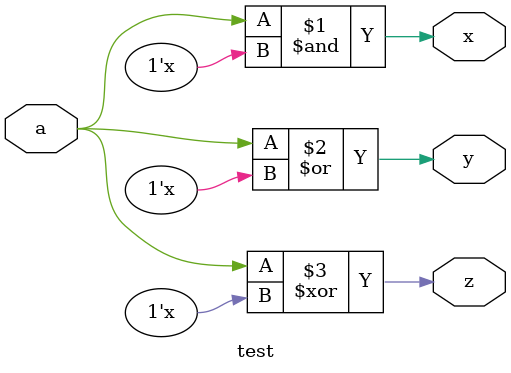
<source format=v>
module test(input a,output x,y,z);
assign x=a&1'bz;
assign y=a|1'bz;
assign z=(a^1'bz);
endmodule

</source>
